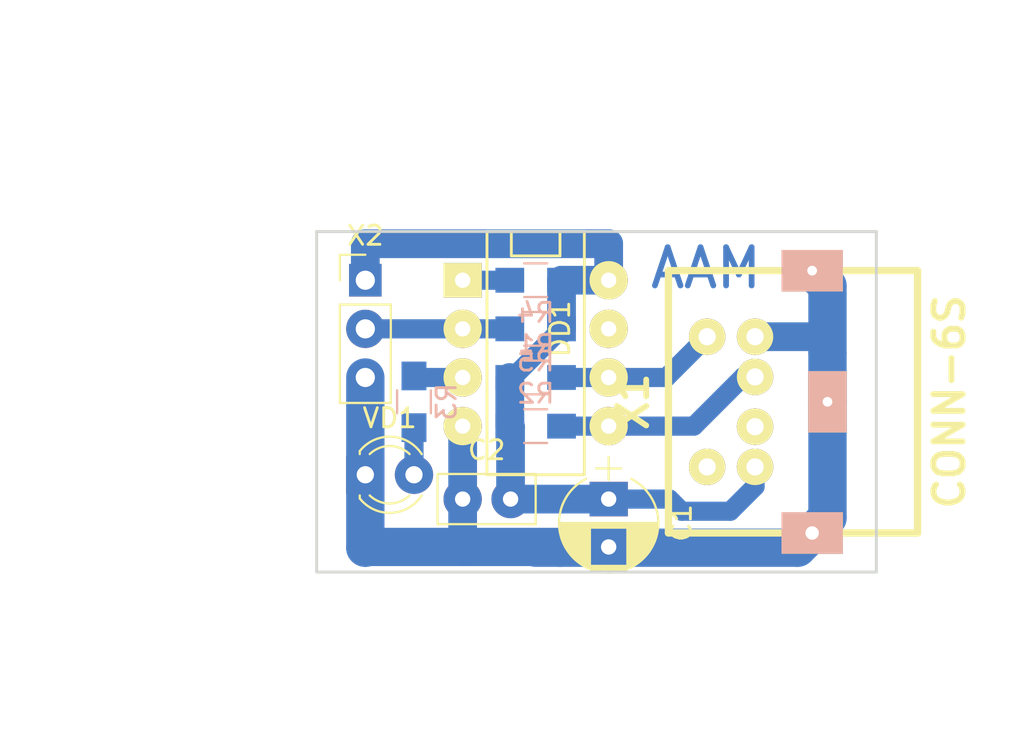
<source format=kicad_pcb>
(kicad_pcb (version 4) (host pcbnew 4.0.7)

  (general
    (links 25)
    (no_connects 0)
    (area 134.390001 50.64 188.060001 89.000001)
    (thickness 1.6)
    (drawings 11)
    (tracks 56)
    (zones 0)
    (modules 11)
    (nets 9)
  )

  (page A4)
  (layers
    (0 F.Cu signal)
    (31 B.Cu signal)
    (32 B.Adhes user)
    (33 F.Adhes user)
    (34 B.Paste user)
    (35 F.Paste user)
    (36 B.SilkS user)
    (37 F.SilkS user)
    (38 B.Mask user)
    (39 F.Mask user)
    (40 Dwgs.User user)
    (41 Cmts.User user)
    (42 Eco1.User user)
    (43 Eco2.User user)
    (44 Edge.Cuts user)
    (45 Margin user)
    (46 B.CrtYd user)
    (47 F.CrtYd user)
    (48 B.Fab user)
    (49 F.Fab user)
  )

  (setup
    (last_trace_width 0.4)
    (user_trace_width 1)
    (user_trace_width 1.5)
    (user_trace_width 2)
    (trace_clearance 0.2)
    (zone_clearance 0.508)
    (zone_45_only no)
    (trace_min 0.2)
    (segment_width 0.2)
    (edge_width 0.15)
    (via_size 0.6)
    (via_drill 0.4)
    (via_min_size 0.4)
    (via_min_drill 0.3)
    (uvia_size 0.3)
    (uvia_drill 0.1)
    (uvias_allowed no)
    (uvia_min_size 0.2)
    (uvia_min_drill 0.1)
    (pcb_text_width 0.3)
    (pcb_text_size 1.5 1.5)
    (mod_edge_width 0.15)
    (mod_text_size 1 1)
    (mod_text_width 0.15)
    (pad_size 2 2)
    (pad_drill 0.8)
    (pad_to_mask_clearance 0.2)
    (aux_axis_origin 0 0)
    (visible_elements FFFFFF7F)
    (pcbplotparams
      (layerselection 0x00030_80000001)
      (usegerberextensions false)
      (excludeedgelayer true)
      (linewidth 0.100000)
      (plotframeref false)
      (viasonmask false)
      (mode 1)
      (useauxorigin false)
      (hpglpennumber 1)
      (hpglpenspeed 20)
      (hpglpendiameter 15)
      (hpglpenoverlay 2)
      (psnegative false)
      (psa4output false)
      (plotreference true)
      (plotvalue true)
      (plotinvisibletext false)
      (padsonsilk false)
      (subtractmaskfromsilk false)
      (outputformat 1)
      (mirror false)
      (drillshape 1)
      (scaleselection 1)
      (outputdirectory ""))
  )

  (net 0 "")
  (net 1 VCC)
  (net 2 GND)
  (net 3 "Net-(DD1-Pad1)")
  (net 4 "Net-(DD1-Pad2)")
  (net 5 "Net-(DD1-Pad3)")
  (net 6 "Net-(DD1-Pad5)")
  (net 7 "Net-(DD1-Pad6)")
  (net 8 "Net-(R3-Pad1)")

  (net_class Default "Это класс цепей по умолчанию."
    (clearance 0.2)
    (trace_width 0.4)
    (via_dia 0.6)
    (via_drill 0.4)
    (uvia_dia 0.3)
    (uvia_drill 0.1)
    (add_net GND)
    (add_net "Net-(DD1-Pad1)")
    (add_net "Net-(DD1-Pad2)")
    (add_net "Net-(DD1-Pad3)")
    (add_net "Net-(DD1-Pad5)")
    (add_net "Net-(DD1-Pad6)")
    (add_net "Net-(R3-Pad1)")
    (add_net VCC)
  )

  (module Capacitors_ThroughHole:C_Disc_D5.0mm_W2.5mm_P2.50mm (layer F.Cu) (tedit 5A85C0B4) (tstamp 5A8422C0)
    (at 158.75 76.2)
    (descr "C, Disc series, Radial, pin pitch=2.50mm, , diameter*width=5*2.5mm^2, Capacitor, http://cdn-reichelt.de/documents/datenblatt/B300/DS_KERKO_TC.pdf")
    (tags "C Disc series Radial pin pitch 2.50mm  diameter 5mm width 2.5mm Capacitor")
    (path /5A8423AC)
    (fp_text reference C2 (at 1.25 -2.56) (layer F.SilkS)
      (effects (font (size 1 1) (thickness 0.15)))
    )
    (fp_text value CAP (at 1.25 2.56) (layer F.Fab)
      (effects (font (size 1 1) (thickness 0.15)))
    )
    (fp_line (start -1.25 -1.25) (end -1.25 1.25) (layer F.Fab) (width 0.1))
    (fp_line (start -1.25 1.25) (end 3.75 1.25) (layer F.Fab) (width 0.1))
    (fp_line (start 3.75 1.25) (end 3.75 -1.25) (layer F.Fab) (width 0.1))
    (fp_line (start 3.75 -1.25) (end -1.25 -1.25) (layer F.Fab) (width 0.1))
    (fp_line (start -1.31 -1.31) (end 3.81 -1.31) (layer F.SilkS) (width 0.12))
    (fp_line (start -1.31 1.31) (end 3.81 1.31) (layer F.SilkS) (width 0.12))
    (fp_line (start -1.31 -1.31) (end -1.31 1.31) (layer F.SilkS) (width 0.12))
    (fp_line (start 3.81 -1.31) (end 3.81 1.31) (layer F.SilkS) (width 0.12))
    (fp_line (start -1.6 -1.6) (end -1.6 1.6) (layer F.CrtYd) (width 0.05))
    (fp_line (start -1.6 1.6) (end 4.1 1.6) (layer F.CrtYd) (width 0.05))
    (fp_line (start 4.1 1.6) (end 4.1 -1.6) (layer F.CrtYd) (width 0.05))
    (fp_line (start 4.1 -1.6) (end -1.6 -1.6) (layer F.CrtYd) (width 0.05))
    (fp_text user %R (at 1.25 0) (layer F.Fab)
      (effects (font (size 1 1) (thickness 0.15)))
    )
    (pad 1 thru_hole circle (at 0 0) (size 2 2) (drill 0.8) (layers *.Cu *.Mask)
      (net 2 GND))
    (pad 2 thru_hole circle (at 2.5 0) (size 2 2) (drill 0.8) (layers *.Cu *.Mask)
      (net 1 VCC))
    (model ${KISYS3DMOD}/Capacitors_THT.3dshapes/C_Disc_D5.0mm_W2.5mm_P2.50mm.wrl
      (at (xyz 0 0 0))
      (scale (xyz 1 1 1))
      (rotate (xyz 0 0 0))
    )
  )

  (module Capacitors_ThroughHole:CP_Radial_D5.0mm_P2.50mm (layer F.Cu) (tedit 5A85C0CF) (tstamp 5A8422BA)
    (at 166.37 76.2 270)
    (descr "CP, Radial series, Radial, pin pitch=2.50mm, , diameter=5mm, Electrolytic Capacitor")
    (tags "CP Radial series Radial pin pitch 2.50mm  diameter 5mm Electrolytic Capacitor")
    (path /5A842409)
    (fp_text reference C1 (at 1.25 -3.81 270) (layer F.SilkS)
      (effects (font (size 1 1) (thickness 0.15)))
    )
    (fp_text value CAPP (at 1.25 3.81 270) (layer F.Fab)
      (effects (font (size 1 1) (thickness 0.15)))
    )
    (fp_arc (start 1.25 0) (end -1.05558 -1.18) (angle 125.8) (layer F.SilkS) (width 0.12))
    (fp_arc (start 1.25 0) (end -1.05558 1.18) (angle -125.8) (layer F.SilkS) (width 0.12))
    (fp_arc (start 1.25 0) (end 3.55558 -1.18) (angle 54.2) (layer F.SilkS) (width 0.12))
    (fp_circle (center 1.25 0) (end 3.75 0) (layer F.Fab) (width 0.1))
    (fp_line (start -2.2 0) (end -1 0) (layer F.Fab) (width 0.1))
    (fp_line (start -1.6 -0.65) (end -1.6 0.65) (layer F.Fab) (width 0.1))
    (fp_line (start 1.25 -2.55) (end 1.25 2.55) (layer F.SilkS) (width 0.12))
    (fp_line (start 1.29 -2.55) (end 1.29 2.55) (layer F.SilkS) (width 0.12))
    (fp_line (start 1.33 -2.549) (end 1.33 2.549) (layer F.SilkS) (width 0.12))
    (fp_line (start 1.37 -2.548) (end 1.37 2.548) (layer F.SilkS) (width 0.12))
    (fp_line (start 1.41 -2.546) (end 1.41 2.546) (layer F.SilkS) (width 0.12))
    (fp_line (start 1.45 -2.543) (end 1.45 2.543) (layer F.SilkS) (width 0.12))
    (fp_line (start 1.49 -2.539) (end 1.49 2.539) (layer F.SilkS) (width 0.12))
    (fp_line (start 1.53 -2.535) (end 1.53 -0.98) (layer F.SilkS) (width 0.12))
    (fp_line (start 1.53 0.98) (end 1.53 2.535) (layer F.SilkS) (width 0.12))
    (fp_line (start 1.57 -2.531) (end 1.57 -0.98) (layer F.SilkS) (width 0.12))
    (fp_line (start 1.57 0.98) (end 1.57 2.531) (layer F.SilkS) (width 0.12))
    (fp_line (start 1.61 -2.525) (end 1.61 -0.98) (layer F.SilkS) (width 0.12))
    (fp_line (start 1.61 0.98) (end 1.61 2.525) (layer F.SilkS) (width 0.12))
    (fp_line (start 1.65 -2.519) (end 1.65 -0.98) (layer F.SilkS) (width 0.12))
    (fp_line (start 1.65 0.98) (end 1.65 2.519) (layer F.SilkS) (width 0.12))
    (fp_line (start 1.69 -2.513) (end 1.69 -0.98) (layer F.SilkS) (width 0.12))
    (fp_line (start 1.69 0.98) (end 1.69 2.513) (layer F.SilkS) (width 0.12))
    (fp_line (start 1.73 -2.506) (end 1.73 -0.98) (layer F.SilkS) (width 0.12))
    (fp_line (start 1.73 0.98) (end 1.73 2.506) (layer F.SilkS) (width 0.12))
    (fp_line (start 1.77 -2.498) (end 1.77 -0.98) (layer F.SilkS) (width 0.12))
    (fp_line (start 1.77 0.98) (end 1.77 2.498) (layer F.SilkS) (width 0.12))
    (fp_line (start 1.81 -2.489) (end 1.81 -0.98) (layer F.SilkS) (width 0.12))
    (fp_line (start 1.81 0.98) (end 1.81 2.489) (layer F.SilkS) (width 0.12))
    (fp_line (start 1.85 -2.48) (end 1.85 -0.98) (layer F.SilkS) (width 0.12))
    (fp_line (start 1.85 0.98) (end 1.85 2.48) (layer F.SilkS) (width 0.12))
    (fp_line (start 1.89 -2.47) (end 1.89 -0.98) (layer F.SilkS) (width 0.12))
    (fp_line (start 1.89 0.98) (end 1.89 2.47) (layer F.SilkS) (width 0.12))
    (fp_line (start 1.93 -2.46) (end 1.93 -0.98) (layer F.SilkS) (width 0.12))
    (fp_line (start 1.93 0.98) (end 1.93 2.46) (layer F.SilkS) (width 0.12))
    (fp_line (start 1.971 -2.448) (end 1.971 -0.98) (layer F.SilkS) (width 0.12))
    (fp_line (start 1.971 0.98) (end 1.971 2.448) (layer F.SilkS) (width 0.12))
    (fp_line (start 2.011 -2.436) (end 2.011 -0.98) (layer F.SilkS) (width 0.12))
    (fp_line (start 2.011 0.98) (end 2.011 2.436) (layer F.SilkS) (width 0.12))
    (fp_line (start 2.051 -2.424) (end 2.051 -0.98) (layer F.SilkS) (width 0.12))
    (fp_line (start 2.051 0.98) (end 2.051 2.424) (layer F.SilkS) (width 0.12))
    (fp_line (start 2.091 -2.41) (end 2.091 -0.98) (layer F.SilkS) (width 0.12))
    (fp_line (start 2.091 0.98) (end 2.091 2.41) (layer F.SilkS) (width 0.12))
    (fp_line (start 2.131 -2.396) (end 2.131 -0.98) (layer F.SilkS) (width 0.12))
    (fp_line (start 2.131 0.98) (end 2.131 2.396) (layer F.SilkS) (width 0.12))
    (fp_line (start 2.171 -2.382) (end 2.171 -0.98) (layer F.SilkS) (width 0.12))
    (fp_line (start 2.171 0.98) (end 2.171 2.382) (layer F.SilkS) (width 0.12))
    (fp_line (start 2.211 -2.366) (end 2.211 -0.98) (layer F.SilkS) (width 0.12))
    (fp_line (start 2.211 0.98) (end 2.211 2.366) (layer F.SilkS) (width 0.12))
    (fp_line (start 2.251 -2.35) (end 2.251 -0.98) (layer F.SilkS) (width 0.12))
    (fp_line (start 2.251 0.98) (end 2.251 2.35) (layer F.SilkS) (width 0.12))
    (fp_line (start 2.291 -2.333) (end 2.291 -0.98) (layer F.SilkS) (width 0.12))
    (fp_line (start 2.291 0.98) (end 2.291 2.333) (layer F.SilkS) (width 0.12))
    (fp_line (start 2.331 -2.315) (end 2.331 -0.98) (layer F.SilkS) (width 0.12))
    (fp_line (start 2.331 0.98) (end 2.331 2.315) (layer F.SilkS) (width 0.12))
    (fp_line (start 2.371 -2.296) (end 2.371 -0.98) (layer F.SilkS) (width 0.12))
    (fp_line (start 2.371 0.98) (end 2.371 2.296) (layer F.SilkS) (width 0.12))
    (fp_line (start 2.411 -2.276) (end 2.411 -0.98) (layer F.SilkS) (width 0.12))
    (fp_line (start 2.411 0.98) (end 2.411 2.276) (layer F.SilkS) (width 0.12))
    (fp_line (start 2.451 -2.256) (end 2.451 -0.98) (layer F.SilkS) (width 0.12))
    (fp_line (start 2.451 0.98) (end 2.451 2.256) (layer F.SilkS) (width 0.12))
    (fp_line (start 2.491 -2.234) (end 2.491 -0.98) (layer F.SilkS) (width 0.12))
    (fp_line (start 2.491 0.98) (end 2.491 2.234) (layer F.SilkS) (width 0.12))
    (fp_line (start 2.531 -2.212) (end 2.531 -0.98) (layer F.SilkS) (width 0.12))
    (fp_line (start 2.531 0.98) (end 2.531 2.212) (layer F.SilkS) (width 0.12))
    (fp_line (start 2.571 -2.189) (end 2.571 -0.98) (layer F.SilkS) (width 0.12))
    (fp_line (start 2.571 0.98) (end 2.571 2.189) (layer F.SilkS) (width 0.12))
    (fp_line (start 2.611 -2.165) (end 2.611 -0.98) (layer F.SilkS) (width 0.12))
    (fp_line (start 2.611 0.98) (end 2.611 2.165) (layer F.SilkS) (width 0.12))
    (fp_line (start 2.651 -2.14) (end 2.651 -0.98) (layer F.SilkS) (width 0.12))
    (fp_line (start 2.651 0.98) (end 2.651 2.14) (layer F.SilkS) (width 0.12))
    (fp_line (start 2.691 -2.113) (end 2.691 -0.98) (layer F.SilkS) (width 0.12))
    (fp_line (start 2.691 0.98) (end 2.691 2.113) (layer F.SilkS) (width 0.12))
    (fp_line (start 2.731 -2.086) (end 2.731 -0.98) (layer F.SilkS) (width 0.12))
    (fp_line (start 2.731 0.98) (end 2.731 2.086) (layer F.SilkS) (width 0.12))
    (fp_line (start 2.771 -2.058) (end 2.771 -0.98) (layer F.SilkS) (width 0.12))
    (fp_line (start 2.771 0.98) (end 2.771 2.058) (layer F.SilkS) (width 0.12))
    (fp_line (start 2.811 -2.028) (end 2.811 -0.98) (layer F.SilkS) (width 0.12))
    (fp_line (start 2.811 0.98) (end 2.811 2.028) (layer F.SilkS) (width 0.12))
    (fp_line (start 2.851 -1.997) (end 2.851 -0.98) (layer F.SilkS) (width 0.12))
    (fp_line (start 2.851 0.98) (end 2.851 1.997) (layer F.SilkS) (width 0.12))
    (fp_line (start 2.891 -1.965) (end 2.891 -0.98) (layer F.SilkS) (width 0.12))
    (fp_line (start 2.891 0.98) (end 2.891 1.965) (layer F.SilkS) (width 0.12))
    (fp_line (start 2.931 -1.932) (end 2.931 -0.98) (layer F.SilkS) (width 0.12))
    (fp_line (start 2.931 0.98) (end 2.931 1.932) (layer F.SilkS) (width 0.12))
    (fp_line (start 2.971 -1.897) (end 2.971 -0.98) (layer F.SilkS) (width 0.12))
    (fp_line (start 2.971 0.98) (end 2.971 1.897) (layer F.SilkS) (width 0.12))
    (fp_line (start 3.011 -1.861) (end 3.011 -0.98) (layer F.SilkS) (width 0.12))
    (fp_line (start 3.011 0.98) (end 3.011 1.861) (layer F.SilkS) (width 0.12))
    (fp_line (start 3.051 -1.823) (end 3.051 -0.98) (layer F.SilkS) (width 0.12))
    (fp_line (start 3.051 0.98) (end 3.051 1.823) (layer F.SilkS) (width 0.12))
    (fp_line (start 3.091 -1.783) (end 3.091 -0.98) (layer F.SilkS) (width 0.12))
    (fp_line (start 3.091 0.98) (end 3.091 1.783) (layer F.SilkS) (width 0.12))
    (fp_line (start 3.131 -1.742) (end 3.131 -0.98) (layer F.SilkS) (width 0.12))
    (fp_line (start 3.131 0.98) (end 3.131 1.742) (layer F.SilkS) (width 0.12))
    (fp_line (start 3.171 -1.699) (end 3.171 -0.98) (layer F.SilkS) (width 0.12))
    (fp_line (start 3.171 0.98) (end 3.171 1.699) (layer F.SilkS) (width 0.12))
    (fp_line (start 3.211 -1.654) (end 3.211 -0.98) (layer F.SilkS) (width 0.12))
    (fp_line (start 3.211 0.98) (end 3.211 1.654) (layer F.SilkS) (width 0.12))
    (fp_line (start 3.251 -1.606) (end 3.251 -0.98) (layer F.SilkS) (width 0.12))
    (fp_line (start 3.251 0.98) (end 3.251 1.606) (layer F.SilkS) (width 0.12))
    (fp_line (start 3.291 -1.556) (end 3.291 -0.98) (layer F.SilkS) (width 0.12))
    (fp_line (start 3.291 0.98) (end 3.291 1.556) (layer F.SilkS) (width 0.12))
    (fp_line (start 3.331 -1.504) (end 3.331 -0.98) (layer F.SilkS) (width 0.12))
    (fp_line (start 3.331 0.98) (end 3.331 1.504) (layer F.SilkS) (width 0.12))
    (fp_line (start 3.371 -1.448) (end 3.371 -0.98) (layer F.SilkS) (width 0.12))
    (fp_line (start 3.371 0.98) (end 3.371 1.448) (layer F.SilkS) (width 0.12))
    (fp_line (start 3.411 -1.39) (end 3.411 -0.98) (layer F.SilkS) (width 0.12))
    (fp_line (start 3.411 0.98) (end 3.411 1.39) (layer F.SilkS) (width 0.12))
    (fp_line (start 3.451 -1.327) (end 3.451 -0.98) (layer F.SilkS) (width 0.12))
    (fp_line (start 3.451 0.98) (end 3.451 1.327) (layer F.SilkS) (width 0.12))
    (fp_line (start 3.491 -1.261) (end 3.491 1.261) (layer F.SilkS) (width 0.12))
    (fp_line (start 3.531 -1.189) (end 3.531 1.189) (layer F.SilkS) (width 0.12))
    (fp_line (start 3.571 -1.112) (end 3.571 1.112) (layer F.SilkS) (width 0.12))
    (fp_line (start 3.611 -1.028) (end 3.611 1.028) (layer F.SilkS) (width 0.12))
    (fp_line (start 3.651 -0.934) (end 3.651 0.934) (layer F.SilkS) (width 0.12))
    (fp_line (start 3.691 -0.829) (end 3.691 0.829) (layer F.SilkS) (width 0.12))
    (fp_line (start 3.731 -0.707) (end 3.731 0.707) (layer F.SilkS) (width 0.12))
    (fp_line (start 3.771 -0.559) (end 3.771 0.559) (layer F.SilkS) (width 0.12))
    (fp_line (start 3.811 -0.354) (end 3.811 0.354) (layer F.SilkS) (width 0.12))
    (fp_line (start -2.2 0) (end -1 0) (layer F.SilkS) (width 0.12))
    (fp_line (start -1.6 -0.65) (end -1.6 0.65) (layer F.SilkS) (width 0.12))
    (fp_line (start -1.6 -2.85) (end -1.6 2.85) (layer F.CrtYd) (width 0.05))
    (fp_line (start -1.6 2.85) (end 4.1 2.85) (layer F.CrtYd) (width 0.05))
    (fp_line (start 4.1 2.85) (end 4.1 -2.85) (layer F.CrtYd) (width 0.05))
    (fp_line (start 4.1 -2.85) (end -1.6 -2.85) (layer F.CrtYd) (width 0.05))
    (fp_text user %R (at 1.25 0 270) (layer F.Fab)
      (effects (font (size 1 1) (thickness 0.15)))
    )
    (pad 1 thru_hole rect (at 0 0 270) (size 1.8 2) (drill 0.8) (layers *.Cu *.Mask)
      (net 1 VCC))
    (pad 2 thru_hole circle (at 2.5 0 270) (size 2 2) (drill 0.8) (layers *.Cu *.Mask)
      (net 2 GND))
    (model ${KISYS3DMOD}/Capacitors_THT.3dshapes/CP_Radial_D5.0mm_P2.50mm.wrl
      (at (xyz 0 0 0))
      (scale (xyz 1 1 1))
      (rotate (xyz 0 0 0))
    )
  )

  (module MyLib:DIP-8 (layer F.Cu) (tedit 5A85C082) (tstamp 5A8422D3)
    (at 158.75 64.77 270)
    (descr "14 pins DIL package, elliptical pads")
    (tags DIL)
    (path /5A841252)
    (fp_text reference DD1 (at 2.54 -5.08 270) (layer F.SilkS)
      (effects (font (size 1 1) (thickness 0.15)))
    )
    (fp_text value ATtiny13 (at 3.81 -2.54 270) (layer F.Fab)
      (effects (font (size 1 1) (thickness 0.15)))
    )
    (fp_line (start -2.54 -6.35) (end 10.16 -6.35) (layer F.SilkS) (width 0.15))
    (fp_line (start 10.16 -1.27) (end -2.54 -1.27) (layer F.SilkS) (width 0.15))
    (fp_line (start -2.54 -1.27) (end -2.54 -6.35) (layer F.SilkS) (width 0.15))
    (fp_line (start -2.54 -5.08) (end -1.27 -5.08) (layer F.SilkS) (width 0.15))
    (fp_line (start -1.27 -5.08) (end -1.27 -2.54) (layer F.SilkS) (width 0.15))
    (fp_line (start -1.27 -2.54) (end -2.54 -2.54) (layer F.SilkS) (width 0.15))
    (fp_line (start 10.16 -6.35) (end 10.16 -1.27) (layer F.SilkS) (width 0.15))
    (pad 1 thru_hole rect (at 0 0 270) (size 1.8 2) (drill 0.8) (layers *.Cu *.Mask F.SilkS)
      (net 3 "Net-(DD1-Pad1)"))
    (pad 2 thru_hole circle (at 2.54 0 270) (size 2 2) (drill 0.8) (layers *.Cu *.Mask F.SilkS)
      (net 4 "Net-(DD1-Pad2)"))
    (pad 3 thru_hole circle (at 5.08 0 270) (size 2 2) (drill 0.8) (layers *.Cu *.Mask F.SilkS)
      (net 5 "Net-(DD1-Pad3)"))
    (pad 4 thru_hole circle (at 7.62 0 270) (size 2 2) (drill 0.8) (layers *.Cu *.Mask F.SilkS)
      (net 2 GND))
    (pad 5 thru_hole circle (at 7.62 -7.62 270) (size 2 2) (drill 0.8) (layers *.Cu *.Mask F.SilkS)
      (net 6 "Net-(DD1-Pad5)"))
    (pad 6 thru_hole circle (at 5.08 -7.62 270) (size 2 2) (drill 0.8) (layers *.Cu *.Mask F.SilkS)
      (net 7 "Net-(DD1-Pad6)"))
    (pad 7 thru_hole circle (at 2.54 -7.62 270) (size 2 2) (drill 0.8) (layers *.Cu *.Mask F.SilkS))
    (pad 8 thru_hole circle (at 0 -7.62 270) (size 2 2) (drill 0.8) (layers *.Cu *.Mask F.SilkS)
      (net 1 VCC))
    (model Sockets_DIP.3dshapes/DIP-8__300_ELL.wrl
      (at (xyz 0.15 0.15 0))
      (scale (xyz 1 1 1))
      (rotate (xyz 0 0 0))
    )
  )

  (module Resistors_SMD:R_0805_HandSoldering (layer B.Cu) (tedit 58E0A804) (tstamp 5A8422D9)
    (at 162.56 69.85 180)
    (descr "Resistor SMD 0805, hand soldering")
    (tags "resistor 0805")
    (path /5A841A40)
    (attr smd)
    (fp_text reference R1 (at 0 1.7 180) (layer B.SilkS)
      (effects (font (size 1 1) (thickness 0.15)) (justify mirror))
    )
    (fp_text value RES (at 0 -1.75 180) (layer B.Fab)
      (effects (font (size 1 1) (thickness 0.15)) (justify mirror))
    )
    (fp_text user %R (at 0 0 180) (layer B.Fab)
      (effects (font (size 0.5 0.5) (thickness 0.075)) (justify mirror))
    )
    (fp_line (start -1 -0.62) (end -1 0.62) (layer B.Fab) (width 0.1))
    (fp_line (start 1 -0.62) (end -1 -0.62) (layer B.Fab) (width 0.1))
    (fp_line (start 1 0.62) (end 1 -0.62) (layer B.Fab) (width 0.1))
    (fp_line (start -1 0.62) (end 1 0.62) (layer B.Fab) (width 0.1))
    (fp_line (start 0.6 -0.88) (end -0.6 -0.88) (layer B.SilkS) (width 0.12))
    (fp_line (start -0.6 0.88) (end 0.6 0.88) (layer B.SilkS) (width 0.12))
    (fp_line (start -2.35 0.9) (end 2.35 0.9) (layer B.CrtYd) (width 0.05))
    (fp_line (start -2.35 0.9) (end -2.35 -0.9) (layer B.CrtYd) (width 0.05))
    (fp_line (start 2.35 -0.9) (end 2.35 0.9) (layer B.CrtYd) (width 0.05))
    (fp_line (start 2.35 -0.9) (end -2.35 -0.9) (layer B.CrtYd) (width 0.05))
    (pad 1 smd rect (at -1.35 0 180) (size 1.5 1.3) (layers B.Cu B.Paste B.Mask)
      (net 7 "Net-(DD1-Pad6)"))
    (pad 2 smd rect (at 1.35 0 180) (size 1.5 1.3) (layers B.Cu B.Paste B.Mask)
      (net 1 VCC))
    (model ${KISYS3DMOD}/Resistors_SMD.3dshapes/R_0805.wrl
      (at (xyz 0 0 0))
      (scale (xyz 1 1 1))
      (rotate (xyz 0 0 0))
    )
  )

  (module Resistors_SMD:R_0805_HandSoldering (layer B.Cu) (tedit 58E0A804) (tstamp 5A8422DF)
    (at 162.56 72.39 180)
    (descr "Resistor SMD 0805, hand soldering")
    (tags "resistor 0805")
    (path /5A8419C5)
    (attr smd)
    (fp_text reference R2 (at 0 1.7 180) (layer B.SilkS)
      (effects (font (size 1 1) (thickness 0.15)) (justify mirror))
    )
    (fp_text value RES (at 0 -1.75 180) (layer B.Fab)
      (effects (font (size 1 1) (thickness 0.15)) (justify mirror))
    )
    (fp_text user %R (at 0 0 180) (layer B.Fab)
      (effects (font (size 0.5 0.5) (thickness 0.075)) (justify mirror))
    )
    (fp_line (start -1 -0.62) (end -1 0.62) (layer B.Fab) (width 0.1))
    (fp_line (start 1 -0.62) (end -1 -0.62) (layer B.Fab) (width 0.1))
    (fp_line (start 1 0.62) (end 1 -0.62) (layer B.Fab) (width 0.1))
    (fp_line (start -1 0.62) (end 1 0.62) (layer B.Fab) (width 0.1))
    (fp_line (start 0.6 -0.88) (end -0.6 -0.88) (layer B.SilkS) (width 0.12))
    (fp_line (start -0.6 0.88) (end 0.6 0.88) (layer B.SilkS) (width 0.12))
    (fp_line (start -2.35 0.9) (end 2.35 0.9) (layer B.CrtYd) (width 0.05))
    (fp_line (start -2.35 0.9) (end -2.35 -0.9) (layer B.CrtYd) (width 0.05))
    (fp_line (start 2.35 -0.9) (end 2.35 0.9) (layer B.CrtYd) (width 0.05))
    (fp_line (start 2.35 -0.9) (end -2.35 -0.9) (layer B.CrtYd) (width 0.05))
    (pad 1 smd rect (at -1.35 0 180) (size 1.5 1.3) (layers B.Cu B.Paste B.Mask)
      (net 6 "Net-(DD1-Pad5)"))
    (pad 2 smd rect (at 1.35 0 180) (size 1.5 1.3) (layers B.Cu B.Paste B.Mask)
      (net 1 VCC))
    (model ${KISYS3DMOD}/Resistors_SMD.3dshapes/R_0805.wrl
      (at (xyz 0 0 0))
      (scale (xyz 1 1 1))
      (rotate (xyz 0 0 0))
    )
  )

  (module Resistors_SMD:R_0805_HandSoldering (layer B.Cu) (tedit 58E0A804) (tstamp 5A8422E5)
    (at 156.21 71.12 90)
    (descr "Resistor SMD 0805, hand soldering")
    (tags "resistor 0805")
    (path /5A841BA6)
    (attr smd)
    (fp_text reference R3 (at 0 1.7 90) (layer B.SilkS)
      (effects (font (size 1 1) (thickness 0.15)) (justify mirror))
    )
    (fp_text value RES (at 0 -1.75 90) (layer B.Fab)
      (effects (font (size 1 1) (thickness 0.15)) (justify mirror))
    )
    (fp_text user %R (at 0 0 90) (layer B.Fab)
      (effects (font (size 0.5 0.5) (thickness 0.075)) (justify mirror))
    )
    (fp_line (start -1 -0.62) (end -1 0.62) (layer B.Fab) (width 0.1))
    (fp_line (start 1 -0.62) (end -1 -0.62) (layer B.Fab) (width 0.1))
    (fp_line (start 1 0.62) (end 1 -0.62) (layer B.Fab) (width 0.1))
    (fp_line (start -1 0.62) (end 1 0.62) (layer B.Fab) (width 0.1))
    (fp_line (start 0.6 -0.88) (end -0.6 -0.88) (layer B.SilkS) (width 0.12))
    (fp_line (start -0.6 0.88) (end 0.6 0.88) (layer B.SilkS) (width 0.12))
    (fp_line (start -2.35 0.9) (end 2.35 0.9) (layer B.CrtYd) (width 0.05))
    (fp_line (start -2.35 0.9) (end -2.35 -0.9) (layer B.CrtYd) (width 0.05))
    (fp_line (start 2.35 -0.9) (end 2.35 0.9) (layer B.CrtYd) (width 0.05))
    (fp_line (start 2.35 -0.9) (end -2.35 -0.9) (layer B.CrtYd) (width 0.05))
    (pad 1 smd rect (at -1.35 0 90) (size 1.5 1.3) (layers B.Cu B.Paste B.Mask)
      (net 8 "Net-(R3-Pad1)"))
    (pad 2 smd rect (at 1.35 0 90) (size 1.5 1.3) (layers B.Cu B.Paste B.Mask)
      (net 5 "Net-(DD1-Pad3)"))
    (model ${KISYS3DMOD}/Resistors_SMD.3dshapes/R_0805.wrl
      (at (xyz 0 0 0))
      (scale (xyz 1 1 1))
      (rotate (xyz 0 0 0))
    )
  )

  (module Resistors_SMD:R_0805_HandSoldering (layer B.Cu) (tedit 58E0A804) (tstamp 5A8422EB)
    (at 162.56 64.77)
    (descr "Resistor SMD 0805, hand soldering")
    (tags "resistor 0805")
    (path /5A842070)
    (attr smd)
    (fp_text reference R4 (at 0 1.7) (layer B.SilkS)
      (effects (font (size 1 1) (thickness 0.15)) (justify mirror))
    )
    (fp_text value RES (at 0 -1.75) (layer B.Fab)
      (effects (font (size 1 1) (thickness 0.15)) (justify mirror))
    )
    (fp_text user %R (at 0 0) (layer B.Fab)
      (effects (font (size 0.5 0.5) (thickness 0.075)) (justify mirror))
    )
    (fp_line (start -1 -0.62) (end -1 0.62) (layer B.Fab) (width 0.1))
    (fp_line (start 1 -0.62) (end -1 -0.62) (layer B.Fab) (width 0.1))
    (fp_line (start 1 0.62) (end 1 -0.62) (layer B.Fab) (width 0.1))
    (fp_line (start -1 0.62) (end 1 0.62) (layer B.Fab) (width 0.1))
    (fp_line (start 0.6 -0.88) (end -0.6 -0.88) (layer B.SilkS) (width 0.12))
    (fp_line (start -0.6 0.88) (end 0.6 0.88) (layer B.SilkS) (width 0.12))
    (fp_line (start -2.35 0.9) (end 2.35 0.9) (layer B.CrtYd) (width 0.05))
    (fp_line (start -2.35 0.9) (end -2.35 -0.9) (layer B.CrtYd) (width 0.05))
    (fp_line (start 2.35 -0.9) (end 2.35 0.9) (layer B.CrtYd) (width 0.05))
    (fp_line (start 2.35 -0.9) (end -2.35 -0.9) (layer B.CrtYd) (width 0.05))
    (pad 1 smd rect (at -1.35 0) (size 1.5 1.3) (layers B.Cu B.Paste B.Mask)
      (net 3 "Net-(DD1-Pad1)"))
    (pad 2 smd rect (at 1.35 0) (size 1.5 1.3) (layers B.Cu B.Paste B.Mask)
      (net 1 VCC))
    (model ${KISYS3DMOD}/Resistors_SMD.3dshapes/R_0805.wrl
      (at (xyz 0 0 0))
      (scale (xyz 1 1 1))
      (rotate (xyz 0 0 0))
    )
  )

  (module Resistors_SMD:R_0805_HandSoldering (layer B.Cu) (tedit 58E0A804) (tstamp 5A8422F1)
    (at 162.56 67.31)
    (descr "Resistor SMD 0805, hand soldering")
    (tags "resistor 0805")
    (path /5A84213E)
    (attr smd)
    (fp_text reference R5 (at 0 1.7) (layer B.SilkS)
      (effects (font (size 1 1) (thickness 0.15)) (justify mirror))
    )
    (fp_text value RES (at 0 -1.75) (layer B.Fab)
      (effects (font (size 1 1) (thickness 0.15)) (justify mirror))
    )
    (fp_text user %R (at 0 0) (layer B.Fab)
      (effects (font (size 0.5 0.5) (thickness 0.075)) (justify mirror))
    )
    (fp_line (start -1 -0.62) (end -1 0.62) (layer B.Fab) (width 0.1))
    (fp_line (start 1 -0.62) (end -1 -0.62) (layer B.Fab) (width 0.1))
    (fp_line (start 1 0.62) (end 1 -0.62) (layer B.Fab) (width 0.1))
    (fp_line (start -1 0.62) (end 1 0.62) (layer B.Fab) (width 0.1))
    (fp_line (start 0.6 -0.88) (end -0.6 -0.88) (layer B.SilkS) (width 0.12))
    (fp_line (start -0.6 0.88) (end 0.6 0.88) (layer B.SilkS) (width 0.12))
    (fp_line (start -2.35 0.9) (end 2.35 0.9) (layer B.CrtYd) (width 0.05))
    (fp_line (start -2.35 0.9) (end -2.35 -0.9) (layer B.CrtYd) (width 0.05))
    (fp_line (start 2.35 -0.9) (end 2.35 0.9) (layer B.CrtYd) (width 0.05))
    (fp_line (start 2.35 -0.9) (end -2.35 -0.9) (layer B.CrtYd) (width 0.05))
    (pad 1 smd rect (at -1.35 0) (size 1.5 1.3) (layers B.Cu B.Paste B.Mask)
      (net 4 "Net-(DD1-Pad2)"))
    (pad 2 smd rect (at 1.35 0) (size 1.5 1.3) (layers B.Cu B.Paste B.Mask)
      (net 1 VCC))
    (model ${KISYS3DMOD}/Resistors_SMD.3dshapes/R_0805.wrl
      (at (xyz 0 0 0))
      (scale (xyz 1 1 1))
      (rotate (xyz 0 0 0))
    )
  )

  (module LEDs:LED_D3.0mm (layer F.Cu) (tedit 5A85C0AA) (tstamp 5A8422F7)
    (at 153.67 74.93)
    (descr "LED, diameter 3.0mm, 2 pins")
    (tags "LED diameter 3.0mm 2 pins")
    (path /5A841AD9)
    (fp_text reference VD1 (at 1.27 -2.96) (layer F.SilkS)
      (effects (font (size 1 1) (thickness 0.15)))
    )
    (fp_text value LED (at 1.27 2.96) (layer F.Fab)
      (effects (font (size 1 1) (thickness 0.15)))
    )
    (fp_arc (start 1.27 0) (end -0.23 -1.16619) (angle 284.3) (layer F.Fab) (width 0.1))
    (fp_arc (start 1.27 0) (end -0.29 -1.235516) (angle 108.8) (layer F.SilkS) (width 0.12))
    (fp_arc (start 1.27 0) (end -0.29 1.235516) (angle -108.8) (layer F.SilkS) (width 0.12))
    (fp_arc (start 1.27 0) (end 0.229039 -1.08) (angle 87.9) (layer F.SilkS) (width 0.12))
    (fp_arc (start 1.27 0) (end 0.229039 1.08) (angle -87.9) (layer F.SilkS) (width 0.12))
    (fp_circle (center 1.27 0) (end 2.77 0) (layer F.Fab) (width 0.1))
    (fp_line (start -0.23 -1.16619) (end -0.23 1.16619) (layer F.Fab) (width 0.1))
    (fp_line (start -0.29 -1.236) (end -0.29 -1.08) (layer F.SilkS) (width 0.12))
    (fp_line (start -0.29 1.08) (end -0.29 1.236) (layer F.SilkS) (width 0.12))
    (fp_line (start -1.15 -2.25) (end -1.15 2.25) (layer F.CrtYd) (width 0.05))
    (fp_line (start -1.15 2.25) (end 3.7 2.25) (layer F.CrtYd) (width 0.05))
    (fp_line (start 3.7 2.25) (end 3.7 -2.25) (layer F.CrtYd) (width 0.05))
    (fp_line (start 3.7 -2.25) (end -1.15 -2.25) (layer F.CrtYd) (width 0.05))
    (pad 1 thru_hole rect (at 0 0) (size 2 2) (drill 0.9) (layers *.Cu *.Mask)
      (net 2 GND))
    (pad 2 thru_hole circle (at 2.54 0) (size 2 2) (drill 0.9) (layers *.Cu *.Mask)
      (net 8 "Net-(R3-Pad1)"))
    (model ${KISYS3DMOD}/LEDs.3dshapes/LED_D3.0mm.wrl
      (at (xyz 0 0 0))
      (scale (xyz 0.393701 0.393701 0.393701))
      (rotate (xyz 0 0 0))
    )
  )

  (module MyLib:Mini_din6 (layer F.Cu) (tedit 5A842FF3) (tstamp 5A842308)
    (at 175.26 71.12 90)
    (tags "MINI DIN")
    (path /5A8412C8)
    (fp_text reference X1 (at 0 -7.62 90) (layer F.SilkS)
      (effects (font (thickness 0.3048)))
    )
    (fp_text value CONN-6S (at 0 8.89 90) (layer F.SilkS)
      (effects (font (thickness 0.3048)))
    )
    (fp_line (start -6.85 -5.77) (end 6.85 -5.77) (layer F.SilkS) (width 0.381))
    (fp_line (start 6.85 -5.77) (end 6.85 7.23) (layer F.SilkS) (width 0.381))
    (fp_line (start 6.85 7.23) (end -6.85 7.23) (layer F.SilkS) (width 0.381))
    (fp_line (start -6.85 7.23) (end -6.85 -5.77) (layer F.SilkS) (width 0.381))
    (pad 2 thru_hole circle (at -1.3 -1.25 90) (size 1.9 1.9) (drill 0.9) (layers *.Cu *.Mask F.SilkS))
    (pad 1 thru_hole circle (at 1.3 -1.25 90) (size 1.9 1.9) (drill 0.9) (layers *.Cu *.Mask F.SilkS)
      (net 6 "Net-(DD1-Pad5)"))
    (pad 5 thru_hole circle (at 3.4 -3.75 90) (size 1.9 1.9) (drill 0.9) (layers *.Cu *.Mask F.SilkS)
      (net 7 "Net-(DD1-Pad6)"))
    (pad 6 thru_hole circle (at -3.4 -3.75 90) (size 1.9 1.9) (drill 0.9) (layers *.Cu *.Mask F.SilkS))
    (pad 4 thru_hole circle (at -3.4 -1.25 90) (size 1.9 1.9) (drill 0.9) (layers *.Cu *.Mask F.SilkS)
      (net 1 VCC))
    (pad 3 thru_hole circle (at 3.4 -1.25 90) (size 1.9 1.9) (drill 0.9) (layers *.Cu *.Mask F.SilkS)
      (net 2 GND))
    (pad S thru_hole rect (at 0 2.53 90) (size 3.2004 1.99898) (drill 0.508) (layers *.Cu *.SilkS *.Mask)
      (net 2 GND))
    (pad S thru_hole rect (at 6.85 1.73 90) (size 2.16916 3.2004) (drill 0.508) (layers *.Cu *.SilkS *.Mask)
      (net 2 GND))
    (pad S thru_hole rect (at -6.85 1.73 90) (size 2.16916 3.2004) (drill 0.70104) (layers *.Cu *.SilkS *.Mask)
      (net 2 GND))
    (model /home/las/Dropbox/Work/Kicad/3dpackages/minidin_6.wrl
      (at (xyz 0 0 0))
      (scale (xyz 1 1 1))
      (rotate (xyz 0 0 0))
    )
  )

  (module Pin_Headers:Pin_Header_Straight_1x03_Pitch2.54mm (layer F.Cu) (tedit 5A85C096) (tstamp 5A842FD8)
    (at 153.67 64.77)
    (descr "Through hole straight pin header, 1x03, 2.54mm pitch, single row")
    (tags "Through hole pin header THT 1x03 2.54mm single row")
    (path /5A84244B)
    (fp_text reference X2 (at 0 -2.33) (layer F.SilkS)
      (effects (font (size 1 1) (thickness 0.15)))
    )
    (fp_text value CONN-3 (at 0 7.41) (layer F.Fab)
      (effects (font (size 1 1) (thickness 0.15)))
    )
    (fp_line (start -0.635 -1.27) (end 1.27 -1.27) (layer F.Fab) (width 0.1))
    (fp_line (start 1.27 -1.27) (end 1.27 6.35) (layer F.Fab) (width 0.1))
    (fp_line (start 1.27 6.35) (end -1.27 6.35) (layer F.Fab) (width 0.1))
    (fp_line (start -1.27 6.35) (end -1.27 -0.635) (layer F.Fab) (width 0.1))
    (fp_line (start -1.27 -0.635) (end -0.635 -1.27) (layer F.Fab) (width 0.1))
    (fp_line (start -1.33 6.41) (end 1.33 6.41) (layer F.SilkS) (width 0.12))
    (fp_line (start -1.33 1.27) (end -1.33 6.41) (layer F.SilkS) (width 0.12))
    (fp_line (start 1.33 1.27) (end 1.33 6.41) (layer F.SilkS) (width 0.12))
    (fp_line (start -1.33 1.27) (end 1.33 1.27) (layer F.SilkS) (width 0.12))
    (fp_line (start -1.33 0) (end -1.33 -1.33) (layer F.SilkS) (width 0.12))
    (fp_line (start -1.33 -1.33) (end 0 -1.33) (layer F.SilkS) (width 0.12))
    (fp_line (start -1.8 -1.8) (end -1.8 6.85) (layer F.CrtYd) (width 0.05))
    (fp_line (start -1.8 6.85) (end 1.8 6.85) (layer F.CrtYd) (width 0.05))
    (fp_line (start 1.8 6.85) (end 1.8 -1.8) (layer F.CrtYd) (width 0.05))
    (fp_line (start 1.8 -1.8) (end -1.8 -1.8) (layer F.CrtYd) (width 0.05))
    (fp_text user %R (at 0 2.54 90) (layer F.Fab)
      (effects (font (size 1 1) (thickness 0.15)))
    )
    (pad 1 thru_hole rect (at 0 0) (size 1.7 1.7) (drill 1) (layers *.Cu *.Mask)
      (net 1 VCC))
    (pad 2 thru_hole circle (at 0 2.54) (size 2 2) (drill 1) (layers *.Cu *.Mask)
      (net 4 "Net-(DD1-Pad2)"))
    (pad 3 thru_hole oval (at 0 5.08) (size 1.7 1.7) (drill 1) (layers *.Cu *.Mask)
      (net 2 GND))
    (model ${KISYS3DMOD}/Pin_Headers.3dshapes/Pin_Header_Straight_1x03_Pitch2.54mm.wrl
      (at (xyz 0 0 0))
      (scale (xyz 1 1 1))
      (rotate (xyz 0 0 0))
    )
  )

  (gr_text MAA (at 171.45 64.135) (layer B.Cu)
    (effects (font (size 2 2) (thickness 0.3)) (justify mirror))
  )
  (gr_line (start 180.34 62.23) (end 187.96 62.23) (angle 90) (layer Margin) (width 0.2))
  (gr_line (start 180.34 80.01) (end 187.96 80.01) (angle 90) (layer Margin) (width 0.2))
  (gr_line (start 180.34 80.01) (end 180.34 88.9) (angle 90) (layer Margin) (width 0.2))
  (gr_line (start 151.13 80.01) (end 151.13 88.9) (angle 90) (layer Margin) (width 0.2))
  (dimension 17.78 (width 0.3) (layer Margin)
    (gr_text "17.780 mm" (at 140.89 71.12 270) (layer Margin)
      (effects (font (size 1.5 1.5) (thickness 0.3)))
    )
    (feature1 (pts (xy 180.34 80.01) (xy 139.54 80.01)))
    (feature2 (pts (xy 180.34 62.23) (xy 139.54 62.23)))
    (crossbar (pts (xy 142.24 62.23) (xy 142.24 80.01)))
    (arrow1a (pts (xy 142.24 80.01) (xy 141.653579 78.883496)))
    (arrow1b (pts (xy 142.24 80.01) (xy 142.826421 78.883496)))
    (arrow2a (pts (xy 142.24 62.23) (xy 141.653579 63.356504)))
    (arrow2b (pts (xy 142.24 62.23) (xy 142.826421 63.356504)))
  )
  (dimension 29.21 (width 0.3) (layer Margin)
    (gr_text "29.210 mm" (at 165.735 51.99) (layer Margin)
      (effects (font (size 1.5 1.5) (thickness 0.3)))
    )
    (feature1 (pts (xy 180.34 80.01) (xy 180.34 50.64)))
    (feature2 (pts (xy 151.13 80.01) (xy 151.13 50.64)))
    (crossbar (pts (xy 151.13 53.34) (xy 180.34 53.34)))
    (arrow1a (pts (xy 180.34 53.34) (xy 179.213496 53.926421)))
    (arrow1b (pts (xy 180.34 53.34) (xy 179.213496 52.753579)))
    (arrow2a (pts (xy 151.13 53.34) (xy 152.256504 53.926421)))
    (arrow2b (pts (xy 151.13 53.34) (xy 152.256504 52.753579)))
  )
  (gr_line (start 151.13 62.23) (end 180.34 62.23) (angle 90) (layer Edge.Cuts) (width 0.15))
  (gr_line (start 180.34 80.01) (end 151.13 80.01) (angle 90) (layer Edge.Cuts) (width 0.15))
  (gr_line (start 151.13 62.23) (end 151.13 80.01) (angle 90) (layer Edge.Cuts) (width 0.15))
  (gr_line (start 180.34 62.23) (end 180.34 80.01) (angle 90) (layer Edge.Cuts) (width 0.15))

  (segment (start 174.01 74.52) (end 174.01 75.545) (width 1) (layer B.Cu) (net 1))
  (segment (start 169.545 76.2) (end 166.37 76.2) (width 1) (layer B.Cu) (net 1) (tstamp 5A84463D))
  (segment (start 170.18 76.835) (end 169.545 76.2) (width 1) (layer B.Cu) (net 1) (tstamp 5A84463C))
  (segment (start 172.72 76.835) (end 170.18 76.835) (width 1) (layer B.Cu) (net 1) (tstamp 5A84463B))
  (segment (start 174.01 75.545) (end 172.72 76.835) (width 1) (layer B.Cu) (net 1) (tstamp 5A84463A))
  (segment (start 161.25 76.2) (end 166.37 76.2) (width 1.5) (layer B.Cu) (net 1))
  (segment (start 161.25 76.2) (end 161.25 72.43) (width 1.5) (layer B.Cu) (net 1))
  (segment (start 161.25 72.43) (end 161.21 72.39) (width 1.5) (layer B.Cu) (net 1) (tstamp 5A844631))
  (segment (start 153.67 64.77) (end 153.67 62.865) (width 1.5) (layer B.Cu) (net 1))
  (segment (start 166.37 62.865) (end 166.37 64.77) (width 1.5) (layer B.Cu) (net 1) (tstamp 5A844620))
  (segment (start 153.67 62.865) (end 166.37 62.865) (width 1.5) (layer B.Cu) (net 1) (tstamp 5A84461F))
  (segment (start 161.21 69.85) (end 161.21 72.39) (width 1.5) (layer B.Cu) (net 1))
  (segment (start 161.21 69.85) (end 161.37 69.85) (width 1) (layer B.Cu) (net 1))
  (segment (start 161.37 69.85) (end 163.91 67.31) (width 1) (layer B.Cu) (net 1) (tstamp 5A844108))
  (segment (start 161.33 72.51) (end 161.21 72.39) (width 1) (layer B.Cu) (net 1) (tstamp 5A842820))
  (segment (start 163.91 67.31) (end 163.91 64.77) (width 1.5) (layer B.Cu) (net 1))
  (segment (start 163.91 64.77) (end 166.37 64.77) (width 1.5) (layer B.Cu) (net 1) (tstamp 5A841C5B))
  (segment (start 158.75 76.2) (end 158.75 72.39) (width 1.5) (layer B.Cu) (net 2))
  (segment (start 158.75 76.2) (end 158.75 78.7) (width 1.5) (layer B.Cu) (net 2))
  (segment (start 158.75 78.7) (end 158.75 78.74) (width 1.5) (layer B.Cu) (net 2) (tstamp 5A84462A))
  (segment (start 158.75 78.74) (end 158.75 78.7) (width 1.5) (layer B.Cu) (net 2) (tstamp 5A84462C))
  (segment (start 153.67 74.93) (end 153.67 78.74) (width 2) (layer B.Cu) (net 2))
  (segment (start 153.71 78.7) (end 158.75 78.7) (width 2) (layer B.Cu) (net 2) (tstamp 5A844627))
  (segment (start 158.75 78.7) (end 166.37 78.7) (width 2) (layer B.Cu) (net 2) (tstamp 5A84462D))
  (segment (start 153.67 78.74) (end 153.71 78.7) (width 2) (layer B.Cu) (net 2) (tstamp 5A844626))
  (segment (start 153.67 69.85) (end 153.67 74.93) (width 2) (layer B.Cu) (net 2))
  (segment (start 176.22 78.74) (end 166.37 78.74) (width 2) (layer B.Cu) (net 2))
  (segment (start 166.37 78.74) (end 163.83 78.74) (width 2) (layer B.Cu) (net 2) (tstamp 5A8444AB))
  (segment (start 163.83 78.74) (end 162.56 78.74) (width 2) (layer B.Cu) (net 2) (tstamp 5A842A26))
  (segment (start 176.22 78.74) (end 176.99 77.97) (width 2) (layer B.Cu) (net 2) (tstamp 5A842839))
  (segment (start 174.01 67.72) (end 177.79 67.72) (width 1.5) (layer B.Cu) (net 2) (status 10))
  (segment (start 177.8 68.58) (end 177.79 68.58) (width 1.5) (layer B.Cu) (net 2) (tstamp 5A841E34))
  (segment (start 177.8 67.73) (end 177.8 68.58) (width 1.5) (layer B.Cu) (net 2) (tstamp 5A841E33))
  (segment (start 177.79 67.72) (end 177.8 67.73) (width 1.5) (layer B.Cu) (net 2) (tstamp 5A841E32))
  (segment (start 177.79 71.12) (end 177.79 68.58) (width 2) (layer B.Cu) (net 2) (status 10))
  (segment (start 177.79 68.58) (end 177.79 65.07) (width 2) (layer B.Cu) (net 2) (tstamp 5A841E35) (status 20))
  (segment (start 177.79 65.07) (end 176.99 64.27) (width 2) (layer B.Cu) (net 2) (tstamp 5A841E25) (status 30))
  (segment (start 177.79 71.12) (end 177.79 77.17) (width 2) (layer B.Cu) (net 2) (status 30))
  (segment (start 177.79 77.17) (end 176.99 77.97) (width 2) (layer B.Cu) (net 2) (tstamp 5A841E22) (status 30))
  (segment (start 153.75 69.77) (end 153.67 69.85) (width 1) (layer B.Cu) (net 2) (tstamp 5A8440D8))
  (segment (start 161.21 64.77) (end 158.75 64.77) (width 1) (layer B.Cu) (net 3))
  (segment (start 158.75 67.31) (end 153.67 67.31) (width 1) (layer B.Cu) (net 4))
  (segment (start 161.21 67.31) (end 158.75 67.31) (width 1) (layer B.Cu) (net 4))
  (segment (start 158.75 69.85) (end 156.29 69.85) (width 1) (layer B.Cu) (net 5))
  (segment (start 156.29 69.85) (end 156.21 69.77) (width 1) (layer B.Cu) (net 5) (tstamp 5A84461A))
  (segment (start 158.75 69.85) (end 158.75 69.77) (width 1) (layer B.Cu) (net 5))
  (segment (start 158.115 69.85) (end 158.75 69.85) (width 0.4) (layer B.Cu) (net 5) (tstamp 5A841F6D))
  (segment (start 166.37 72.39) (end 170.815 72.39) (width 1) (layer B.Cu) (net 6))
  (segment (start 170.815 72.39) (end 173.385 69.82) (width 1) (layer B.Cu) (net 6) (tstamp 5A84282D))
  (segment (start 173.385 69.82) (end 174.01 69.82) (width 1) (layer B.Cu) (net 6) (tstamp 5A84282E))
  (segment (start 163.91 72.39) (end 166.37 72.39) (width 1) (layer B.Cu) (net 6))
  (segment (start 174.01 69.82) (end 173.385 69.82) (width 1) (layer B.Cu) (net 6) (status 30))
  (segment (start 166.37 69.85) (end 169.38 69.85) (width 1) (layer B.Cu) (net 7))
  (segment (start 169.38 69.85) (end 171.51 67.72) (width 1) (layer B.Cu) (net 7) (tstamp 5A842831))
  (segment (start 163.91 69.85) (end 166.37 69.85) (width 1) (layer B.Cu) (net 7))
  (segment (start 156.21 74.93) (end 156.21 72.47) (width 1) (layer B.Cu) (net 8))

)

</source>
